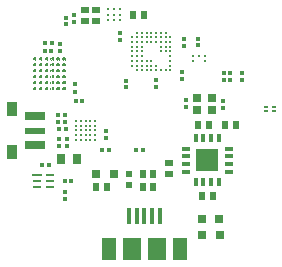
<source format=gtp>
G04 Layer_Color=8421504*
%FSLAX25Y25*%
%MOIN*%
G70*
G01*
G75*
%ADD10R,0.06299X0.07480*%
%ADD11R,0.01575X0.05315*%
%ADD12R,0.04724X0.07480*%
%ADD13R,0.01378X0.01181*%
%ADD14R,0.02362X0.02520*%
%ADD15R,0.03150X0.03150*%
G04:AMPARAMS|DCode=16|XSize=9mil|YSize=9mil|CornerRadius=4.5mil|HoleSize=0mil|Usage=FLASHONLY|Rotation=0.000|XOffset=0mil|YOffset=0mil|HoleType=Round|Shape=RoundedRectangle|*
%AMROUNDEDRECTD16*
21,1,0.00900,0.00000,0,0,0.0*
21,1,0.00000,0.00900,0,0,0.0*
1,1,0.00900,0.00000,0.00000*
1,1,0.00900,0.00000,0.00000*
1,1,0.00900,0.00000,0.00000*
1,1,0.00900,0.00000,0.00000*
%
%ADD16ROUNDEDRECTD16*%
%ADD17R,0.02520X0.02362*%
%ADD19R,0.01181X0.02835*%
%ADD20R,0.02835X0.01181*%
%ADD21R,0.02362X0.02165*%
%ADD22R,0.01260X0.01260*%
%ADD23R,0.01260X0.01260*%
%ADD24C,0.00866*%
%ADD26C,0.00709*%
%ADD27R,0.03543X0.05118*%
%ADD28R,0.07087X0.02953*%
%ADD29R,0.07087X0.02362*%
%ADD34R,0.01181X0.01378*%
%ADD35R,0.03347X0.01102*%
%ADD36R,0.02953X0.01102*%
%ADD38C,0.01083*%
%ADD39R,0.02795X0.03622*%
%ADD40R,0.02953X0.02559*%
%ADD74C,0.00197*%
%ADD75R,0.07480X0.07480*%
%ADD76R,0.01181X0.00984*%
%ADD77R,0.00197X0.00591*%
%ADD78R,0.00591X0.00197*%
%ADD79R,0.00591X0.00197*%
%ADD80R,0.00591X0.00591*%
%ADD81R,0.00591X0.00591*%
%ADD82R,0.00197X0.00591*%
%ADD83R,0.00591X0.00591*%
%ADD84R,0.00591X0.00591*%
%ADD85R,0.00197X0.00591*%
%ADD86R,0.00197X0.00591*%
%ADD87R,0.00591X0.00197*%
%ADD88R,0.00591X0.00197*%
%ADD89C,0.00000*%
D10*
X-4134Y-40000D02*
D03*
X4134D02*
D03*
D11*
X5118Y-28974D02*
D03*
X2559D02*
D03*
X0D02*
D03*
X-2559D02*
D03*
X-5118Y-28974D02*
D03*
D12*
X-11811Y-40000D02*
D03*
X11811Y-40000D02*
D03*
D13*
X-26400Y2319D02*
D03*
Y4681D02*
D03*
X32500Y18881D02*
D03*
Y16519D02*
D03*
X-23100Y14981D02*
D03*
Y12619D02*
D03*
X-28800Y4681D02*
D03*
Y2319D02*
D03*
X-28400Y-3100D02*
D03*
Y-5462D02*
D03*
X-26600Y-20719D02*
D03*
Y-23081D02*
D03*
X-8200Y29919D02*
D03*
Y32281D02*
D03*
X-12800Y-2981D02*
D03*
Y-619D02*
D03*
D14*
X-12489Y-19200D02*
D03*
X-16111D02*
D03*
X21411Y1600D02*
D03*
X17789D02*
D03*
X26989Y1600D02*
D03*
X30611D02*
D03*
X3011Y-14900D02*
D03*
X-611D02*
D03*
X3011Y-19100D02*
D03*
X-611D02*
D03*
X-189Y38300D02*
D03*
X-3811D02*
D03*
X22911Y-22100D02*
D03*
X19289D02*
D03*
D15*
X-10147Y-14800D02*
D03*
X-16053D02*
D03*
X24953Y-30000D02*
D03*
X19047D02*
D03*
X25053Y-35300D02*
D03*
X19147D02*
D03*
D16*
X-16450Y-3450D02*
D03*
Y-1875D02*
D03*
X-18025Y-3450D02*
D03*
Y-1875D02*
D03*
X-16450Y1275D02*
D03*
Y-300D02*
D03*
Y2850D02*
D03*
X-18025Y1275D02*
D03*
Y-300D02*
D03*
X-19600Y2850D02*
D03*
X-18025D02*
D03*
X-19600Y-3450D02*
D03*
X-21175D02*
D03*
X-19600Y-1875D02*
D03*
X-21175D02*
D03*
Y-300D02*
D03*
X-22750Y-3450D02*
D03*
Y-1875D02*
D03*
X-19600Y-300D02*
D03*
X-22750D02*
D03*
X-19600Y1275D02*
D03*
X-21175D02*
D03*
Y2850D02*
D03*
X-22750D02*
D03*
Y1275D02*
D03*
D17*
X8300Y-11289D02*
D03*
Y-14911D02*
D03*
X-16200Y36189D02*
D03*
Y39811D02*
D03*
X-19900Y36189D02*
D03*
Y39811D02*
D03*
D19*
X17061Y-17385D02*
D03*
X19621D02*
D03*
X22179D02*
D03*
X24739D02*
D03*
Y-3015D02*
D03*
X22179D02*
D03*
X19621D02*
D03*
X17061D02*
D03*
D20*
X28085Y-14039D02*
D03*
Y-11479D02*
D03*
Y-8920D02*
D03*
Y-6361D02*
D03*
X13715D02*
D03*
Y-8920D02*
D03*
Y-11479D02*
D03*
Y-14039D02*
D03*
D21*
X-5200Y-18670D02*
D03*
Y-14930D02*
D03*
D22*
X26398Y18900D02*
D03*
X28602D02*
D03*
X26398Y16500D02*
D03*
X28602D02*
D03*
X-24398Y-17100D02*
D03*
X-26602D02*
D03*
X-22902Y9600D02*
D03*
X-20698D02*
D03*
X-30998Y26300D02*
D03*
X-33202D02*
D03*
D23*
X17800Y30302D02*
D03*
Y28098D02*
D03*
X12600Y19000D02*
D03*
Y16795D02*
D03*
X-6300Y13998D02*
D03*
Y16202D02*
D03*
X3900Y14298D02*
D03*
Y16502D02*
D03*
X-26000Y35000D02*
D03*
Y37205D02*
D03*
X-28300Y28500D02*
D03*
Y26295D02*
D03*
X-25900Y-3179D02*
D03*
Y-5384D02*
D03*
X-23400Y35900D02*
D03*
Y38105D02*
D03*
X13700Y9702D02*
D03*
Y7498D02*
D03*
X13100Y30102D02*
D03*
Y27898D02*
D03*
X26300Y7298D02*
D03*
Y9502D02*
D03*
D24*
X20137Y24425D02*
D03*
X18169D02*
D03*
X16200D02*
D03*
X20137Y22850D02*
D03*
X16200D02*
D03*
D26*
X-2424Y19701D02*
D03*
X-850D02*
D03*
X-3999Y21276D02*
D03*
X-2424D02*
D03*
X-3999Y22850D02*
D03*
X725Y21276D02*
D03*
X-850D02*
D03*
X-2424Y24425D02*
D03*
X-3999D02*
D03*
X-850Y22850D02*
D03*
X-2424D02*
D03*
X-850Y24425D02*
D03*
Y26000D02*
D03*
X725Y19701D02*
D03*
X2300D02*
D03*
X3875Y21276D02*
D03*
X5450Y19701D02*
D03*
X3875D02*
D03*
X7024D02*
D03*
X8599D02*
D03*
X2300Y21276D02*
D03*
X8599D02*
D03*
X725Y22850D02*
D03*
X2300D02*
D03*
X8599Y24425D02*
D03*
Y22850D02*
D03*
X-3999Y26000D02*
D03*
X-2424Y27575D02*
D03*
X-3999D02*
D03*
X-2424Y29150D02*
D03*
X-3999D02*
D03*
X-2424Y26000D02*
D03*
X-850Y27575D02*
D03*
X725Y29150D02*
D03*
X-850D02*
D03*
X-2424Y30724D02*
D03*
X-850D02*
D03*
X-3999D02*
D03*
X-850Y32299D02*
D03*
X-2424D02*
D03*
X725D02*
D03*
Y30724D02*
D03*
X5450Y27575D02*
D03*
Y26000D02*
D03*
X2300Y29150D02*
D03*
X5450D02*
D03*
X3875D02*
D03*
X7024Y26000D02*
D03*
X8599D02*
D03*
X7024Y27575D02*
D03*
X8599D02*
D03*
Y29150D02*
D03*
X2300Y30724D02*
D03*
X3875D02*
D03*
X2300Y32299D02*
D03*
X5450Y30724D02*
D03*
X3875Y32299D02*
D03*
X7024Y29150D02*
D03*
X8599Y30724D02*
D03*
X5450Y32299D02*
D03*
X7024Y30724D02*
D03*
Y32299D02*
D03*
D27*
X-44134Y-7683D02*
D03*
Y6883D02*
D03*
D28*
X-36457Y-5223D02*
D03*
Y4423D02*
D03*
D29*
Y-400D02*
D03*
D34*
X-338Y-6900D02*
D03*
X-2700D02*
D03*
X-11919Y-6800D02*
D03*
X-14281D02*
D03*
X-33262Y28700D02*
D03*
X-30900D02*
D03*
X-34281Y-12000D02*
D03*
X-31919D02*
D03*
X-26119Y0D02*
D03*
X-28481D02*
D03*
D35*
X-35667Y-15131D02*
D03*
D36*
X-35864Y-17100D02*
D03*
Y-19068D02*
D03*
X-31336Y-15131D02*
D03*
Y-17100D02*
D03*
Y-19068D02*
D03*
D38*
X-12168Y40268D02*
D03*
Y38300D02*
D03*
Y36331D02*
D03*
X-10200Y40268D02*
D03*
X-8231D02*
D03*
X-10200Y38300D02*
D03*
X-8231D02*
D03*
Y36331D02*
D03*
X-10200D02*
D03*
D39*
X-27956Y-9800D02*
D03*
X-22444D02*
D03*
D40*
X17478Y6472D02*
D03*
X22596D02*
D03*
X17478Y10409D02*
D03*
X22596D02*
D03*
D74*
X-36128Y13874D02*
G03*
X-36128Y13874I-98J0D01*
G01*
X-36718Y13284D02*
G03*
X-36718Y13284I-98J0D01*
G01*
X-36128D02*
G03*
X-36128Y13284I-98J0D01*
G01*
X-36718Y13874D02*
G03*
X-36718Y13874I-98J0D01*
G01*
X-36128Y15843D02*
G03*
X-36128Y15843I-98J0D01*
G01*
X-36718Y15252D02*
G03*
X-36718Y15252I-98J0D01*
G01*
X-36128D02*
G03*
X-36128Y15252I-98J0D01*
G01*
X-36718Y15843D02*
G03*
X-36718Y15843I-98J0D01*
G01*
X-36128Y17811D02*
G03*
X-36128Y17811I-98J0D01*
G01*
X-36718Y17221D02*
G03*
X-36718Y17221I-98J0D01*
G01*
X-36128D02*
G03*
X-36128Y17221I-98J0D01*
G01*
X-36718Y17811D02*
G03*
X-36718Y17811I-98J0D01*
G01*
X-36128Y19780D02*
G03*
X-36128Y19780I-98J0D01*
G01*
X-36718Y19189D02*
G03*
X-36718Y19189I-98J0D01*
G01*
X-36128D02*
G03*
X-36128Y19189I-98J0D01*
G01*
X-36718Y19780D02*
G03*
X-36718Y19780I-98J0D01*
G01*
X-36128Y21748D02*
G03*
X-36128Y21748I-98J0D01*
G01*
X-36718Y21158D02*
G03*
X-36718Y21158I-98J0D01*
G01*
X-36128D02*
G03*
X-36128Y21158I-98J0D01*
G01*
X-36718Y21748D02*
G03*
X-36718Y21748I-98J0D01*
G01*
X-36128Y23717D02*
G03*
X-36128Y23717I-98J0D01*
G01*
X-36718Y23126D02*
G03*
X-36718Y23126I-98J0D01*
G01*
X-36128D02*
G03*
X-36128Y23126I-98J0D01*
G01*
X-36718Y23717D02*
G03*
X-36718Y23717I-98J0D01*
G01*
X-34159Y13874D02*
G03*
X-34159Y13874I-98J0D01*
G01*
X-34750Y13284D02*
G03*
X-34750Y13284I-98J0D01*
G01*
X-34159D02*
G03*
X-34159Y13284I-98J0D01*
G01*
X-34750Y13874D02*
G03*
X-34750Y13874I-98J0D01*
G01*
X-34159Y15843D02*
G03*
X-34159Y15843I-98J0D01*
G01*
X-34750Y15252D02*
G03*
X-34750Y15252I-98J0D01*
G01*
X-34159D02*
G03*
X-34159Y15252I-98J0D01*
G01*
X-34750Y15843D02*
G03*
X-34750Y15843I-98J0D01*
G01*
X-34159Y17811D02*
G03*
X-34159Y17811I-98J0D01*
G01*
X-34750Y17221D02*
G03*
X-34750Y17221I-98J0D01*
G01*
X-34159D02*
G03*
X-34159Y17221I-98J0D01*
G01*
X-34750Y17811D02*
G03*
X-34750Y17811I-98J0D01*
G01*
X-34159Y19780D02*
G03*
X-34159Y19780I-98J0D01*
G01*
X-34750Y19189D02*
G03*
X-34750Y19189I-98J0D01*
G01*
X-34159D02*
G03*
X-34159Y19189I-98J0D01*
G01*
X-34750Y19780D02*
G03*
X-34750Y19780I-98J0D01*
G01*
X-34159Y21748D02*
G03*
X-34159Y21748I-98J0D01*
G01*
X-34750Y21158D02*
G03*
X-34750Y21158I-98J0D01*
G01*
X-34159D02*
G03*
X-34159Y21158I-98J0D01*
G01*
X-34750Y21748D02*
G03*
X-34750Y21748I-98J0D01*
G01*
X-34159Y23717D02*
G03*
X-34159Y23717I-98J0D01*
G01*
X-34750Y23126D02*
G03*
X-34750Y23126I-98J0D01*
G01*
X-34159D02*
G03*
X-34159Y23126I-98J0D01*
G01*
X-34750Y23717D02*
G03*
X-34750Y23717I-98J0D01*
G01*
X-32191Y13874D02*
G03*
X-32191Y13874I-98J0D01*
G01*
X-32781Y13284D02*
G03*
X-32781Y13284I-98J0D01*
G01*
X-32191D02*
G03*
X-32191Y13284I-98J0D01*
G01*
X-32781Y13874D02*
G03*
X-32781Y13874I-98J0D01*
G01*
X-32191Y15843D02*
G03*
X-32191Y15843I-98J0D01*
G01*
X-32781Y15252D02*
G03*
X-32781Y15252I-98J0D01*
G01*
X-32191D02*
G03*
X-32191Y15252I-98J0D01*
G01*
X-32781Y15843D02*
G03*
X-32781Y15843I-98J0D01*
G01*
X-32191Y17811D02*
G03*
X-32191Y17811I-98J0D01*
G01*
X-32781Y17221D02*
G03*
X-32781Y17221I-98J0D01*
G01*
X-32191D02*
G03*
X-32191Y17221I-98J0D01*
G01*
X-32781Y17811D02*
G03*
X-32781Y17811I-98J0D01*
G01*
X-32191Y19780D02*
G03*
X-32191Y19780I-98J0D01*
G01*
X-32781Y19189D02*
G03*
X-32781Y19189I-98J0D01*
G01*
X-32191D02*
G03*
X-32191Y19189I-98J0D01*
G01*
X-32781Y19780D02*
G03*
X-32781Y19780I-98J0D01*
G01*
X-32191Y21748D02*
G03*
X-32191Y21748I-98J0D01*
G01*
X-32781Y21158D02*
G03*
X-32781Y21158I-98J0D01*
G01*
X-32191D02*
G03*
X-32191Y21158I-98J0D01*
G01*
X-32781Y21748D02*
G03*
X-32781Y21748I-98J0D01*
G01*
X-32191Y23717D02*
G03*
X-32191Y23717I-98J0D01*
G01*
X-32781Y23126D02*
G03*
X-32781Y23126I-98J0D01*
G01*
X-32191D02*
G03*
X-32191Y23126I-98J0D01*
G01*
X-32781Y23717D02*
G03*
X-32781Y23717I-98J0D01*
G01*
X-30222Y13874D02*
G03*
X-30222Y13874I-98J0D01*
G01*
X-30813Y13284D02*
G03*
X-30813Y13284I-98J0D01*
G01*
X-30222D02*
G03*
X-30222Y13284I-98J0D01*
G01*
X-30813Y13874D02*
G03*
X-30813Y13874I-98J0D01*
G01*
X-30222Y15843D02*
G03*
X-30222Y15843I-98J0D01*
G01*
X-30813Y15252D02*
G03*
X-30813Y15252I-98J0D01*
G01*
X-30222D02*
G03*
X-30222Y15252I-98J0D01*
G01*
X-30813Y15843D02*
G03*
X-30813Y15843I-98J0D01*
G01*
X-30222Y17811D02*
G03*
X-30222Y17811I-98J0D01*
G01*
X-30813Y17221D02*
G03*
X-30813Y17221I-98J0D01*
G01*
X-30222D02*
G03*
X-30222Y17221I-98J0D01*
G01*
X-30813Y17811D02*
G03*
X-30813Y17811I-98J0D01*
G01*
X-30222Y19780D02*
G03*
X-30222Y19780I-98J0D01*
G01*
X-30813Y19189D02*
G03*
X-30813Y19189I-98J0D01*
G01*
X-30222D02*
G03*
X-30222Y19189I-98J0D01*
G01*
X-30813Y19780D02*
G03*
X-30813Y19780I-98J0D01*
G01*
X-30222Y21748D02*
G03*
X-30222Y21748I-98J0D01*
G01*
X-30813Y21158D02*
G03*
X-30813Y21158I-98J0D01*
G01*
X-30222D02*
G03*
X-30222Y21158I-98J0D01*
G01*
X-30813Y21748D02*
G03*
X-30813Y21748I-98J0D01*
G01*
X-30222Y23717D02*
G03*
X-30222Y23717I-98J0D01*
G01*
X-30813Y23126D02*
G03*
X-30813Y23126I-98J0D01*
G01*
X-30222D02*
G03*
X-30222Y23126I-98J0D01*
G01*
X-30813Y23717D02*
G03*
X-30813Y23717I-98J0D01*
G01*
X-28253Y13874D02*
G03*
X-28253Y13874I-98J0D01*
G01*
X-28844Y13284D02*
G03*
X-28844Y13284I-98J0D01*
G01*
X-28253D02*
G03*
X-28253Y13284I-98J0D01*
G01*
X-28844Y13874D02*
G03*
X-28844Y13874I-98J0D01*
G01*
X-28253Y15843D02*
G03*
X-28253Y15843I-98J0D01*
G01*
X-28844Y15252D02*
G03*
X-28844Y15252I-98J0D01*
G01*
X-28253D02*
G03*
X-28253Y15252I-98J0D01*
G01*
X-28844Y15843D02*
G03*
X-28844Y15843I-98J0D01*
G01*
X-28253Y17811D02*
G03*
X-28253Y17811I-98J0D01*
G01*
X-28844Y17221D02*
G03*
X-28844Y17221I-98J0D01*
G01*
X-28253D02*
G03*
X-28253Y17221I-98J0D01*
G01*
X-28844Y17811D02*
G03*
X-28844Y17811I-98J0D01*
G01*
X-28253Y19780D02*
G03*
X-28253Y19780I-98J0D01*
G01*
X-28844Y19189D02*
G03*
X-28844Y19189I-98J0D01*
G01*
X-28253D02*
G03*
X-28253Y19189I-98J0D01*
G01*
X-28844Y19780D02*
G03*
X-28844Y19780I-98J0D01*
G01*
X-28253Y21748D02*
G03*
X-28253Y21748I-98J0D01*
G01*
X-28844Y21158D02*
G03*
X-28844Y21158I-98J0D01*
G01*
X-28253D02*
G03*
X-28253Y21158I-98J0D01*
G01*
X-28844Y21748D02*
G03*
X-28844Y21748I-98J0D01*
G01*
X-28253Y23717D02*
G03*
X-28253Y23717I-98J0D01*
G01*
X-28844Y23126D02*
G03*
X-28844Y23126I-98J0D01*
G01*
X-28253D02*
G03*
X-28253Y23126I-98J0D01*
G01*
X-28844Y23717D02*
G03*
X-28844Y23717I-98J0D01*
G01*
X-26285Y13874D02*
G03*
X-26285Y13874I-98J0D01*
G01*
X-26876Y13284D02*
G03*
X-26876Y13284I-98J0D01*
G01*
X-26285D02*
G03*
X-26285Y13284I-98J0D01*
G01*
X-26876Y13874D02*
G03*
X-26876Y13874I-98J0D01*
G01*
X-26285Y15843D02*
G03*
X-26285Y15843I-98J0D01*
G01*
X-26876Y15252D02*
G03*
X-26876Y15252I-98J0D01*
G01*
X-26285D02*
G03*
X-26285Y15252I-98J0D01*
G01*
X-26876Y15843D02*
G03*
X-26876Y15843I-98J0D01*
G01*
X-26285Y17811D02*
G03*
X-26285Y17811I-98J0D01*
G01*
X-26876Y17221D02*
G03*
X-26876Y17221I-98J0D01*
G01*
X-26285D02*
G03*
X-26285Y17221I-98J0D01*
G01*
X-26876Y17811D02*
G03*
X-26876Y17811I-98J0D01*
G01*
X-26285Y19780D02*
G03*
X-26285Y19780I-98J0D01*
G01*
X-26876Y19189D02*
G03*
X-26876Y19189I-98J0D01*
G01*
X-26285D02*
G03*
X-26285Y19189I-98J0D01*
G01*
X-26876Y19780D02*
G03*
X-26876Y19780I-98J0D01*
G01*
X-26285Y21748D02*
G03*
X-26285Y21748I-98J0D01*
G01*
X-26876Y21158D02*
G03*
X-26876Y21158I-98J0D01*
G01*
X-26285D02*
G03*
X-26285Y21158I-98J0D01*
G01*
X-26876Y21748D02*
G03*
X-26876Y21748I-98J0D01*
G01*
X-26285Y23717D02*
G03*
X-26285Y23717I-98J0D01*
G01*
X-26876Y23126D02*
G03*
X-26876Y23126I-98J0D01*
G01*
X-26285D02*
G03*
X-26285Y23126I-98J0D01*
G01*
X-26876Y23717D02*
G03*
X-26876Y23717I-98J0D01*
G01*
D75*
X20900Y-10200D02*
D03*
D76*
X40678Y6074D02*
D03*
Y7452D02*
D03*
X43040D02*
D03*
Y6074D02*
D03*
D77*
X-36915Y13579D02*
D03*
X-36127Y13579D02*
D03*
X-36915Y15547D02*
D03*
X-36127D02*
D03*
X-36915Y17516D02*
D03*
X-36127D02*
D03*
X-36127Y19484D02*
D03*
Y21453D02*
D03*
X-36915Y23421D02*
D03*
X-36127Y23421D02*
D03*
X-34946Y13579D02*
D03*
X-34159D02*
D03*
X-34159Y15547D02*
D03*
Y17516D02*
D03*
X-34946Y19484D02*
D03*
X-34159D02*
D03*
X-34946Y21453D02*
D03*
X-34159D02*
D03*
X-34946Y23421D02*
D03*
X-34159D02*
D03*
X-32978Y13579D02*
D03*
X-32190D02*
D03*
X-32190Y15547D02*
D03*
Y17516D02*
D03*
X-32978Y19484D02*
D03*
X-32190D02*
D03*
X-32978Y21453D02*
D03*
X-32190D02*
D03*
X-32978Y23421D02*
D03*
X-32190D02*
D03*
X-31010Y13579D02*
D03*
X-30222D02*
D03*
Y15547D02*
D03*
Y17516D02*
D03*
X-30222Y19484D02*
D03*
Y21453D02*
D03*
X-31010Y23421D02*
D03*
X-30222D02*
D03*
X-29041Y13579D02*
D03*
X-28254D02*
D03*
Y15547D02*
D03*
Y17516D02*
D03*
X-28254Y19484D02*
D03*
Y21453D02*
D03*
X-29041Y23421D02*
D03*
X-28254D02*
D03*
X-27073Y13579D02*
D03*
X-26285Y13579D02*
D03*
X-26285Y15547D02*
D03*
Y17516D02*
D03*
Y19484D02*
D03*
Y21453D02*
D03*
X-27073Y23421D02*
D03*
X-26285Y23421D02*
D03*
D78*
X-36521Y13185D02*
D03*
X-34553D02*
D03*
X-32584D02*
D03*
X-30616Y13185D02*
D03*
X-28647D02*
D03*
D79*
X-36521Y13972D02*
D03*
Y15154D02*
D03*
Y15941D02*
D03*
Y17122D02*
D03*
Y17910D02*
D03*
X-36521Y19091D02*
D03*
Y19878D02*
D03*
Y21059D02*
D03*
Y21846D02*
D03*
Y23028D02*
D03*
Y23815D02*
D03*
X-34553Y13972D02*
D03*
Y15154D02*
D03*
Y15941D02*
D03*
Y17122D02*
D03*
Y17910D02*
D03*
X-34553Y19091D02*
D03*
Y19878D02*
D03*
Y21059D02*
D03*
Y21846D02*
D03*
Y23028D02*
D03*
Y23815D02*
D03*
X-32584Y13972D02*
D03*
Y15154D02*
D03*
Y15941D02*
D03*
Y17122D02*
D03*
Y17910D02*
D03*
X-32584Y19091D02*
D03*
Y19878D02*
D03*
Y21059D02*
D03*
Y21846D02*
D03*
Y23028D02*
D03*
Y23815D02*
D03*
X-30616Y13972D02*
D03*
Y15154D02*
D03*
Y15941D02*
D03*
Y17122D02*
D03*
Y17910D02*
D03*
X-30616Y19091D02*
D03*
Y19878D02*
D03*
Y21059D02*
D03*
Y21846D02*
D03*
Y23028D02*
D03*
Y23815D02*
D03*
X-28647Y13972D02*
D03*
Y15154D02*
D03*
Y15941D02*
D03*
Y17122D02*
D03*
Y17910D02*
D03*
X-28647Y19091D02*
D03*
Y19878D02*
D03*
Y21059D02*
D03*
Y21846D02*
D03*
Y23028D02*
D03*
Y23815D02*
D03*
D80*
X-36521Y13579D02*
D03*
Y23421D02*
D03*
X-26678Y13579D02*
D03*
Y23421D02*
D03*
D81*
X-36521Y15547D02*
D03*
Y17516D02*
D03*
X-36521Y19484D02*
D03*
Y21453D02*
D03*
X-26679Y15547D02*
D03*
Y17516D02*
D03*
X-26679Y19484D02*
D03*
Y21453D02*
D03*
D82*
X-36915Y19484D02*
D03*
Y21453D02*
D03*
X-34946Y15547D02*
D03*
Y17516D02*
D03*
X-32978Y15547D02*
D03*
Y17516D02*
D03*
D83*
X-34553Y13579D02*
D03*
Y23421D02*
D03*
X-32584Y13579D02*
D03*
Y23421D02*
D03*
X-30616Y13579D02*
D03*
Y23421D02*
D03*
X-28647Y13579D02*
D03*
Y23421D02*
D03*
D84*
X-34553Y15547D02*
D03*
Y17516D02*
D03*
X-34553Y19484D02*
D03*
Y21453D02*
D03*
X-32584Y15547D02*
D03*
Y17516D02*
D03*
X-32584Y19484D02*
D03*
Y21453D02*
D03*
X-30616Y15547D02*
D03*
Y17516D02*
D03*
X-30616Y19484D02*
D03*
Y21453D02*
D03*
X-28647Y15547D02*
D03*
Y17516D02*
D03*
X-28647Y19484D02*
D03*
Y21453D02*
D03*
D85*
X-31010Y15547D02*
D03*
Y17516D02*
D03*
X-29041Y15547D02*
D03*
Y17516D02*
D03*
X-27073Y15547D02*
D03*
Y17516D02*
D03*
D86*
X-31010Y19484D02*
D03*
Y21453D02*
D03*
X-29041Y19484D02*
D03*
Y21453D02*
D03*
X-27073Y19484D02*
D03*
Y21453D02*
D03*
D87*
X-26682Y13186D02*
D03*
D88*
X-26679Y13972D02*
D03*
Y15154D02*
D03*
Y15941D02*
D03*
Y17122D02*
D03*
Y17910D02*
D03*
X-26679Y19091D02*
D03*
Y19878D02*
D03*
Y21059D02*
D03*
Y21846D02*
D03*
Y23028D02*
D03*
X-26679Y23815D02*
D03*
D89*
X-1300Y9400D02*
D03*
X7900Y9500D02*
D03*
X-36521Y13579D02*
D03*
Y15547D02*
D03*
Y17516D02*
D03*
Y19484D02*
D03*
Y21453D02*
D03*
Y23421D02*
D03*
X-34553Y13579D02*
D03*
Y15547D02*
D03*
Y17516D02*
D03*
Y19484D02*
D03*
Y21453D02*
D03*
Y23421D02*
D03*
X-32584Y13579D02*
D03*
Y15547D02*
D03*
Y17516D02*
D03*
Y19484D02*
D03*
Y21453D02*
D03*
Y23421D02*
D03*
X-30616Y13579D02*
D03*
Y15547D02*
D03*
Y17516D02*
D03*
Y19484D02*
D03*
Y21453D02*
D03*
Y23421D02*
D03*
X-28647Y13579D02*
D03*
Y15547D02*
D03*
Y17516D02*
D03*
Y19484D02*
D03*
Y21453D02*
D03*
Y23421D02*
D03*
X-26679Y13579D02*
D03*
Y15547D02*
D03*
Y17516D02*
D03*
Y19484D02*
D03*
Y21453D02*
D03*
Y23421D02*
D03*
M02*

</source>
